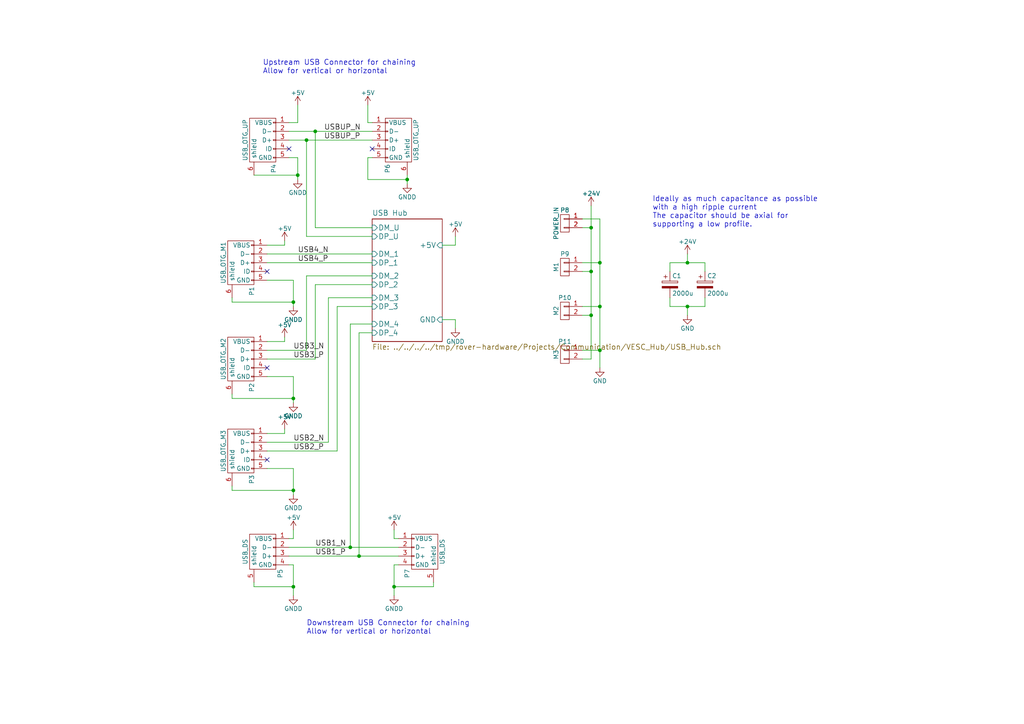
<source format=kicad_sch>
(kicad_sch (version 20230121) (generator eeschema)
  (paper "A4")
  (title_block (title "VESC-X Interface Hub") (date "2017-05-02") (rev "1") (company "USST"))
  (lib_symbols
    (symbol "VESC_Hub-rescue:+24V" (power) (pin_names (offset 0))
      (property "Value" "+24V" (at 0 3.556 0))
      (symbol "+24V_0_1"
        (polyline (pts (xy -0.762 1.27) (xy 0 2.54)))
        (polyline (pts (xy 0 0) (xy 0 2.54)))
        (polyline (pts (xy 0 2.54) (xy 0.762 1.27)))
      )
      (symbol "+24V_1_1"
        (pin power_in line (at 0 0 90) (length 0) hide (name "+24V") (number "1"))
      )
    )
    (symbol "VESC_Hub-rescue:+5V" (power) (pin_names (offset 0))
      (property "Value" "+5V" (at 0 3.556 0))
      (symbol "+5V_0_1"
        (polyline (pts (xy -0.762 1.27) (xy 0 2.54)))
        (polyline (pts (xy 0 0) (xy 0 2.54)))
        (polyline (pts (xy 0 2.54) (xy 0.762 1.27)))
      )
      (symbol "+5V_1_1"
        (pin power_in line (at 0 0 90) (length 0) hide (name "+5V") (number "1"))
      )
    )
    (symbol "VESC_Hub-rescue:CONN_01X02" (pin_names (offset 1.016) hide)
      (property "Reference" "P" (at 0 3.81 0))
      (property "Value" "CONN_01X02" (at 2.54 0 90))
      (symbol "CONN_01X02_0_1"
        (rectangle (start -1.27 -1.143) (end 0.254 -1.397))
        (rectangle (start -1.27 1.397) (end 0.254 1.143))
        (rectangle (start -1.27 2.54) (end 1.27 -2.54))
      )
      (symbol "CONN_01X02_1_1"
        (pin passive line (at -5.08 1.27 0) (length 3.81) (name "P1") (number "1"))
        (pin passive line (at -5.08 -1.27 0) (length 3.81) (name "P2") (number "2"))
      )
    )
    (symbol "VESC_Hub-rescue:CP" (pin_numbers hide) (pin_names (offset 0.254))
      (property "Reference" "C" (at 0.635 2.54 0))
      (property "Value" "CP" (at 0.635 -2.54 0))
      (symbol "CP_0_1"
        (rectangle (start -2.286 0.508) (end -2.286 1.016))
        (rectangle (start -2.286 0.508) (end 2.286 0.508))
        (polyline (pts (xy -1.778 2.286) (xy -0.762 2.286)))
        (polyline (pts (xy -1.27 2.794) (xy -1.27 1.778)))
        (rectangle (start 2.286 -0.508) (end -2.286 -1.016) (fill (type outline)))
        (rectangle (start 2.286 1.016) (end -2.286 1.016))
        (rectangle (start 2.286 1.016) (end 2.286 0.508))
      )
      (symbol "CP_1_1"
        (pin passive line (at 0 3.81 270) (length 2.794) (name "~") (number "1"))
        (pin passive line (at 0 -3.81 90) (length 2.794) (name "~") (number "2"))
      )
    )
    (symbol "VESC_Hub-rescue:GND" (power) (pin_names (offset 0))
      (property "Value" "GND" (at 0 -3.81 0))
      (symbol "GND_0_1"
        (polyline (pts (xy 0 0) (xy 0 -1.27) (xy 1.27 -1.27) (xy 0 -2.54) (xy -1.27 -1.27) (xy 0 -1.27)))
      )
      (symbol "GND_1_1"
        (pin power_in line (at 0 0 270) (length 0) hide (name "GND") (number "1"))
      )
    )
    (symbol "VESC_Hub-rescue:GNDD" (power) (pin_names (offset 0))
      (property "Value" "GNDD" (at 0 -3.81 0))
      (symbol "GNDD_0_1"
        (polyline (pts (xy 0 0) (xy 0 -1.27) (xy 1.27 -1.27) (xy 0 -2.54) (xy -1.27 -1.27) (xy 0 -1.27)))
      )
      (symbol "GNDD_1_1"
        (pin power_in line (at 0 0 270) (length 0) hide (name "GNDD") (number "1"))
      )
    )
    (symbol "VESC_Hub-rescue:USB_B" (pin_names (offset 1.016))
      (property "Reference" "P" (at 5.08 -5.08 0))
      (property "Value" "USB_B" (at -1.27 5.08 0))
      (symbol "USB_B_0_1"
        (rectangle (start -6.35 -3.81) (end 3.81 3.81))
        (rectangle (start -5.207 -3.81) (end -4.953 -3.048))
        (rectangle (start -2.667 -3.81) (end -2.413 -3.048))
        (rectangle (start -0.127 -3.81) (end 0.127 -3.048))
        (rectangle (start 2.413 -3.81) (end 2.667 -3.048))
      )
      (symbol "USB_B_1_1"
        (pin power_out line (at -5.08 -7.62 90) (length 3.81) (name "VBUS") (number "1"))
        (pin passive line (at -2.54 -7.62 90) (length 3.81) (name "D-") (number "2"))
        (pin passive line (at 0 -7.62 90) (length 3.81) (name "D+") (number "3"))
        (pin power_in line (at 2.54 -7.62 90) (length 3.81) (name "GND") (number "4"))
        (pin passive line (at 7.62 2.54 180) (length 3.81) (name "shield") (number "5"))
      )
    )
    (symbol "VESC_Hub-rescue:USB_OTG" (pin_names (offset 1.016))
      (property "Reference" "P" (at 8.255 -3.175 0))
      (property "Value" "USB_OTG" (at 0 5.08 0))
      (symbol "USB_OTG_0_1"
        (rectangle (start -6.35 -3.81) (end 6.35 3.81))
        (rectangle (start -5.207 -3.81) (end -4.953 -3.048))
        (rectangle (start -2.667 -3.81) (end -2.413 -3.048))
        (rectangle (start -0.127 -3.81) (end 0.127 -3.048))
        (rectangle (start 2.413 -3.81) (end 2.667 -3.048))
        (rectangle (start 4.953 -3.81) (end 5.207 -3.048))
      )
      (symbol "USB_OTG_1_1"
        (pin power_out line (at -5.08 -7.62 90) (length 3.81) (name "VBUS") (number "1"))
        (pin passive line (at -2.54 -7.62 90) (length 3.81) (name "D-") (number "2"))
        (pin passive line (at 0 -7.62 90) (length 3.81) (name "D+") (number "3"))
        (pin power_in line (at 2.54 -7.62 90) (length 3.81) (name "ID") (number "4"))
        (pin power_in line (at 5.08 -7.62 90) (length 3.81) (name "GND") (number "5"))
        (pin passive line (at 10.16 2.54 180) (length 3.81) (name "shield") (number "6"))
      )
    )
  )
  (junction (at 171.45 91.44))
  (junction (at 199.39 88.9))
  (junction (at 118.11 52.07))
  (junction (at 173.99 101.6))
  (junction (at 171.45 78.74))
  (junction (at 88.9 40.64))
  (junction (at 114.3 170.18))
  (junction (at 86.36 50.8))
  (junction (at 101.6 158.75))
  (junction (at 91.44 38.1))
  (junction (at 85.09 170.18))
  (junction (at 85.09 142.24))
  (junction (at 104.14 161.29))
  (junction (at 85.09 87.63))
  (junction (at 173.99 88.9))
  (junction (at 199.39 76.2))
  (junction (at 173.99 76.2))
  (junction (at 85.09 115.57))
  (junction (at 171.45 66.04))
  (no_connect (at 77.47 106.68))
  (no_connect (at 77.47 78.74))
  (no_connect (at 107.95 43.18))
  (no_connect (at 77.47 133.35))
  (no_connect (at 83.82 43.18))
  (wire (pts (xy 101.6 158.75) (xy 115.57 158.75)))
  (wire (pts (xy 171.45 104.14) (xy 168.91 104.14)))
  (wire (pts (xy 88.9 68.58) (xy 107.95 68.58)))
  (wire (pts (xy 114.3 170.18) (xy 125.73 170.18)))
  (wire (pts (xy 114.3 163.83) (xy 114.3 170.18)))
  (wire (pts (xy 171.45 91.44) (xy 168.91 91.44)))
  (wire (pts (xy 171.45 78.74) (xy 168.91 78.74)))
  (wire (pts (xy 107.95 45.72) (xy 106.68 45.72)))
  (wire (pts (xy 173.99 101.6) (xy 173.99 106.68)))
  (wire (pts (xy 104.14 96.52) (xy 107.95 96.52)))
  (wire (pts (xy 171.45 66.04) (xy 171.45 78.74)))
  (wire (pts (xy 132.08 92.71) (xy 132.08 95.25)))
  (wire (pts (xy 204.47 88.9) (xy 204.47 86.36)))
  (wire (pts (xy 88.9 101.6) (xy 77.47 101.6)))
  (wire (pts (xy 107.95 86.36) (xy 95.25 86.36)))
  (wire (pts (xy 83.82 38.1) (xy 91.44 38.1)))
  (wire (pts (xy 82.55 99.06) (xy 77.47 99.06)))
  (wire (pts (xy 85.09 170.18) (xy 85.09 172.72)))
  (wire (pts (xy 82.55 69.85) (xy 82.55 71.12)))
  (wire (pts (xy 107.95 35.56) (xy 106.68 35.56)))
  (wire (pts (xy 194.31 88.9) (xy 199.39 88.9)))
  (wire (pts (xy 77.47 135.89) (xy 85.09 135.89)))
  (wire (pts (xy 194.31 76.2) (xy 199.39 76.2)))
  (wire (pts (xy 85.09 115.57) (xy 85.09 116.84)))
  (wire (pts (xy 82.55 71.12) (xy 77.47 71.12)))
  (wire (pts (xy 168.91 76.2) (xy 173.99 76.2)))
  (wire (pts (xy 85.09 81.28) (xy 85.09 87.63)))
  (wire (pts (xy 106.68 45.72) (xy 106.68 52.07)))
  (wire (pts (xy 67.31 142.24) (xy 85.09 142.24)))
  (wire (pts (xy 82.55 97.79) (xy 82.55 99.06)))
  (wire (pts (xy 91.44 38.1) (xy 91.44 66.04)))
  (wire (pts (xy 77.47 73.66) (xy 107.95 73.66)))
  (wire (pts (xy 83.82 161.29) (xy 104.14 161.29)))
  (wire (pts (xy 194.31 78.74) (xy 194.31 76.2)))
  (wire (pts (xy 128.27 92.71) (xy 132.08 92.71)))
  (wire (pts (xy 97.79 130.81) (xy 77.47 130.81)))
  (wire (pts (xy 85.09 163.83) (xy 83.82 163.83)))
  (wire (pts (xy 85.09 87.63) (xy 85.09 88.9)))
  (wire (pts (xy 115.57 156.21) (xy 114.3 156.21)))
  (wire (pts (xy 67.31 142.24) (xy 67.31 140.97)))
  (wire (pts (xy 168.91 66.04) (xy 171.45 66.04)))
  (wire (pts (xy 95.25 86.36) (xy 95.25 128.27)))
  (wire (pts (xy 171.45 59.69) (xy 171.45 66.04)))
  (wire (pts (xy 85.09 163.83) (xy 85.09 170.18)))
  (wire (pts (xy 171.45 78.74) (xy 171.45 91.44)))
  (wire (pts (xy 86.36 35.56) (xy 86.36 30.48)))
  (wire (pts (xy 199.39 88.9) (xy 199.39 91.44)))
  (wire (pts (xy 114.3 156.21) (xy 114.3 153.67)))
  (wire (pts (xy 67.31 115.57) (xy 85.09 115.57)))
  (wire (pts (xy 83.82 40.64) (xy 88.9 40.64)))
  (wire (pts (xy 118.11 52.07) (xy 118.11 53.34)))
  (wire (pts (xy 83.82 156.21) (xy 85.09 156.21)))
  (wire (pts (xy 173.99 63.5) (xy 168.91 63.5)))
  (wire (pts (xy 97.79 88.9) (xy 107.95 88.9)))
  (wire (pts (xy 86.36 45.72) (xy 86.36 50.8)))
  (wire (pts (xy 91.44 38.1) (xy 107.95 38.1)))
  (wire (pts (xy 168.91 88.9) (xy 173.99 88.9)))
  (wire (pts (xy 194.31 86.36) (xy 194.31 88.9)))
  (wire (pts (xy 118.11 50.8) (xy 118.11 52.07)))
  (wire (pts (xy 91.44 104.14) (xy 91.44 82.55)))
  (wire (pts (xy 128.27 71.12) (xy 132.08 71.12)))
  (wire (pts (xy 91.44 82.55) (xy 107.95 82.55)))
  (wire (pts (xy 173.99 88.9) (xy 173.99 101.6)))
  (wire (pts (xy 104.14 96.52) (xy 104.14 161.29)))
  (wire (pts (xy 73.66 168.91) (xy 73.66 170.18)))
  (wire (pts (xy 88.9 40.64) (xy 88.9 68.58)))
  (wire (pts (xy 104.14 161.29) (xy 115.57 161.29)))
  (wire (pts (xy 83.82 45.72) (xy 86.36 45.72)))
  (wire (pts (xy 204.47 76.2) (xy 204.47 78.74)))
  (wire (pts (xy 173.99 101.6) (xy 168.91 101.6)))
  (wire (pts (xy 107.95 93.98) (xy 101.6 93.98)))
  (wire (pts (xy 77.47 109.22) (xy 85.09 109.22)))
  (wire (pts (xy 173.99 63.5) (xy 173.99 76.2)))
  (wire (pts (xy 95.25 128.27) (xy 77.47 128.27)))
  (wire (pts (xy 83.82 158.75) (xy 101.6 158.75)))
  (wire (pts (xy 88.9 80.01) (xy 88.9 101.6)))
  (wire (pts (xy 77.47 104.14) (xy 91.44 104.14)))
  (wire (pts (xy 199.39 76.2) (xy 204.47 76.2)))
  (wire (pts (xy 85.09 135.89) (xy 85.09 142.24)))
  (wire (pts (xy 199.39 76.2) (xy 199.39 73.66)))
  (wire (pts (xy 86.36 50.8) (xy 73.66 50.8)))
  (wire (pts (xy 97.79 88.9) (xy 97.79 130.81)))
  (wire (pts (xy 86.36 50.8) (xy 86.36 52.07)))
  (wire (pts (xy 114.3 170.18) (xy 114.3 172.72)))
  (wire (pts (xy 67.31 115.57) (xy 67.31 114.3)))
  (wire (pts (xy 199.39 88.9) (xy 204.47 88.9)))
  (wire (pts (xy 171.45 91.44) (xy 171.45 104.14)))
  (wire (pts (xy 85.09 156.21) (xy 85.09 153.67)))
  (wire (pts (xy 101.6 93.98) (xy 101.6 158.75)))
  (wire (pts (xy 77.47 76.2) (xy 107.95 76.2)))
  (wire (pts (xy 173.99 76.2) (xy 173.99 88.9)))
  (wire (pts (xy 67.31 87.63) (xy 67.31 86.36)))
  (wire (pts (xy 107.95 80.01) (xy 88.9 80.01)))
  (wire (pts (xy 85.09 142.24) (xy 85.09 143.51)))
  (wire (pts (xy 82.55 124.46) (xy 82.55 125.73)))
  (wire (pts (xy 67.31 87.63) (xy 85.09 87.63)))
  (wire (pts (xy 106.68 52.07) (xy 118.11 52.07)))
  (wire (pts (xy 132.08 71.12) (xy 132.08 68.58)))
  (wire (pts (xy 85.09 109.22) (xy 85.09 115.57)))
  (wire (pts (xy 115.57 163.83) (xy 114.3 163.83)))
  (wire (pts (xy 73.66 170.18) (xy 85.09 170.18)))
  (wire (pts (xy 106.68 35.56) (xy 106.68 30.48)))
  (wire (pts (xy 125.73 170.18) (xy 125.73 168.91)))
  (wire (pts (xy 83.82 35.56) (xy 86.36 35.56)))
  (wire (pts (xy 82.55 125.73) (xy 77.47 125.73)))
  (wire (pts (xy 91.44 66.04) (xy 107.95 66.04)))
  (wire (pts (xy 88.9 40.64) (xy 107.95 40.64)))
  (wire (pts (xy 77.47 81.28) (xy 85.09 81.28)))
  (text "Upstream USB Connector for chaining\nAllow for vertical or horizontal" (at 76.2 21.59 0) (effects (font (size 1.524 1.524)) (justify left bottom)))
  (text "Downstream USB Connector for chaining\nAllow for vertical or horizontal" (at 88.9 184.15 0) (effects (font (size 1.524 1.524)) (justify left bottom)))
  (text "Ideally as much capacitance as possible\nwith a high ripple current\nThe capacitor should be axial for \nsupporting a low profile." (at 189.23 66.04 0) (effects (font (size 1.524 1.524)) (justify left bottom)))
  (label "USB2_P" (at 85.09 130.81 0) (effects (font (size 1.524 1.524))))
  (label "USBUP_P" (at 93.98 40.64 0) (effects (font (size 1.524 1.524))))
  (label "USB4_P" (at 86.36 76.2 0) (effects (font (size 1.524 1.524))))
  (label "USB1_N" (at 91.44 158.75 0) (effects (font (size 1.524 1.524))))
  (label "USB3_N" (at 85.09 101.6 0) (effects (font (size 1.524 1.524))))
  (label "USB4_N" (at 86.36 73.66 0) (effects (font (size 1.524 1.524))))
  (label "USB1_P" (at 91.44 161.29 0) (effects (font (size 1.524 1.524))))
  (label "USBUP_N" (at 93.98 38.1 0) (effects (font (size 1.524 1.524))))
  (label "USB3_P" (at 85.09 104.14 0) (effects (font (size 1.524 1.524))))
  (label "USB2_N" (at 85.09 128.27 0) (effects (font (size 1.524 1.524))))
  (symbol (lib_id "VESC_Hub-rescue:USB_B") (at 123.19 161.29 270) (unit 1)
    (property "Reference" "P7" (at 118.11 166.37 0))
    (property "Value" "USB_DS" (at 128.27 160.02 0))
    (property "Footprint" "Connect:USB_A" (effects hide))
  )
  (symbol (lib_id "VESC_Hub-rescue:GNDD") (at 114.3 172.72 0) (unit 1)
    (property "Reference" "#PWR014" (effects hide))
    (property "Value" "GNDD" (at 114.3 176.53 0))
  )
  (symbol (lib_id "VESC_Hub-rescue:+5V") (at 114.3 153.67 0) (unit 1)
    (property "Reference" "#PWR015" (effects hide))
    (property "Value" "+5V" (at 114.3 150.114 0))
  )
  (symbol (lib_id "VESC_Hub-rescue:USB_OTG") (at 115.57 40.64 270) (unit 1)
    (property "Reference" "P6" (at 112.395 48.895 0))
    (property "Value" "USB_OTG_UP" (at 120.65 40.64 0))
    (property "Footprint" "USST-footprints:WRCOM_MINI_USB_VERT" (effects hide))
  )
  (symbol (lib_id "VESC_Hub-rescue:+5V") (at 82.55 97.79 0) (unit 1)
    (property "Reference" "#PWR016" (effects hide))
    (property "Value" "+5V" (at 82.55 94.234 0))
  )
  (symbol (lib_id "VESC_Hub-rescue:+5V") (at 82.55 69.85 0) (unit 1)
    (property "Reference" "#PWR017" (effects hide))
    (property "Value" "+5V" (at 82.55 66.294 0))
  )
  (symbol (lib_id "VESC_Hub-rescue:+5V") (at 82.55 124.46 0) (unit 1)
    (property "Reference" "#PWR018" (effects hide))
    (property "Value" "+5V" (at 82.55 120.904 0))
  )
  (symbol (lib_id "VESC_Hub-rescue:+5V") (at 106.68 30.48 0) (unit 1)
    (property "Reference" "#PWR019" (effects hide))
    (property "Value" "+5V" (at 106.68 26.924 0))
  )
  (symbol (lib_id "VESC_Hub-rescue:GNDD") (at 118.11 53.34 0) (unit 1)
    (property "Reference" "#PWR020" (effects hide))
    (property "Value" "GNDD" (at 118.11 57.15 0))
  )
  (symbol (lib_id "VESC_Hub-rescue:GNDD") (at 85.09 116.84 0) (unit 1)
    (property "Reference" "#PWR?" (effects hide))
    (property "Value" "GNDD" (at 85.09 120.65 0))
  )
  (symbol (lib_id "VESC_Hub-rescue:+5V") (at 86.36 30.48 0) (unit 1)
    (property "Reference" "#PWR01" (effects hide))
    (property "Value" "+5V" (at 86.36 26.924 0))
  )
  (symbol (lib_id "VESC_Hub-rescue:GNDD") (at 86.36 52.07 0) (unit 1)
    (property "Reference" "#PWR02" (effects hide))
    (property "Value" "GNDD" (at 86.36 55.88 0))
  )
  (symbol (lib_id "VESC_Hub-rescue:USB_B") (at 76.2 161.29 90) (mirror x) (unit 1)
    (property "Reference" "P5" (at 81.28 166.37 0))
    (property "Value" "USB_DS" (at 71.12 160.02 0))
    (property "Footprint" "USST-footprints:WRCOM_USB_A_VERT" (effects hide))
  )
  (symbol (lib_id "VESC_Hub-rescue:USB_OTG") (at 76.2 40.64 90) (mirror x) (unit 1)
    (property "Reference" "P4" (at 79.375 48.895 0))
    (property "Value" "USB_OTG_UP" (at 71.12 40.64 0))
    (property "Footprint" "Connect:USB_Mini-B" (effects hide))
  )
  (symbol (lib_id "VESC_Hub-rescue:USB_OTG") (at 69.85 104.14 90) (mirror x) (unit 1)
    (property "Reference" "P2" (at 73.025 112.395 0))
    (property "Value" "USB_OTG_M2" (at 64.77 104.14 0))
    (property "Footprint" "USST-footprints:USB3150_Micro_Vertical" (effects hide))
  )
  (symbol (lib_id "VESC_Hub-rescue:USB_OTG") (at 69.85 130.81 90) (mirror x) (unit 1)
    (property "Reference" "P3" (at 73.025 139.065 0))
    (property "Value" "USB_OTG_M3" (at 64.77 130.81 0))
    (property "Footprint" "USST-footprints:USB3150_Micro_Vertical" (effects hide))
  )
  (symbol (lib_id "VESC_Hub-rescue:+5V") (at 85.09 153.67 0) (unit 1)
    (property "Reference" "#PWR03" (effects hide))
    (property "Value" "+5V" (at 85.09 150.114 0))
  )
  (symbol (lib_id "VESC_Hub-rescue:GNDD") (at 85.09 88.9 0) (unit 1)
    (property "Reference" "#PWR05" (effects hide))
    (property "Value" "GNDD" (at 85.09 92.71 0))
  )
  (symbol (lib_id "VESC_Hub-rescue:+5V") (at 132.08 68.58 0) (unit 1)
    (property "Reference" "#PWR06" (effects hide))
    (property "Value" "+5V" (at 132.08 65.024 0))
  )
  (symbol (lib_id "VESC_Hub-rescue:GNDD") (at 132.08 95.25 0) (unit 1)
    (property "Reference" "#PWR07" (effects hide))
    (property "Value" "GNDD" (at 132.08 99.06 0))
  )
  (symbol (lib_id "VESC_Hub-rescue:CONN_01X02") (at 163.83 64.77 0) (mirror y) (unit 1)
    (property "Reference" "P8" (at 163.83 60.96 0))
    (property "Value" "POWER_IN" (at 161.29 64.77 90))
    (property "Footprint" "Connect:bornier2" (effects hide))
  )
  (symbol (lib_id "VESC_Hub-rescue:CONN_01X02") (at 163.83 77.47 0) (mirror y) (unit 1)
    (property "Reference" "P9" (at 163.83 73.66 0))
    (property "Value" "M1" (at 161.29 77.47 90))
    (property "Footprint" "Connect:bornier2" (effects hide))
  )
  (symbol (lib_id "VESC_Hub-rescue:CONN_01X02") (at 163.83 90.17 0) (mirror y) (unit 1)
    (property "Reference" "P10" (at 163.83 86.36 0))
    (property "Value" "M2" (at 161.29 90.17 90))
    (property "Footprint" "Connect:bornier2" (effects hide))
  )
  (symbol (lib_id "VESC_Hub-rescue:CONN_01X02") (at 163.83 102.87 0) (mirror y) (unit 1)
    (property "Reference" "P11" (at 163.83 99.06 0))
    (property "Value" "M3" (at 161.29 102.87 90))
    (property "Footprint" "Connect:bornier2" (effects hide))
  )
  (symbol (lib_id "VESC_Hub-rescue:+24V") (at 171.45 59.69 0) (unit 1)
    (property "Reference" "#PWR08" (effects hide))
    (property "Value" "+24V" (at 171.45 56.134 0))
  )
  (symbol (lib_id "VESC_Hub-rescue:GND") (at 173.99 106.68 0) (unit 1)
    (property "Reference" "#PWR09" (effects hide))
    (property "Value" "GND" (at 173.99 110.49 0))
  )
  (symbol (lib_id "VESC_Hub-rescue:GNDD") (at 85.09 143.51 0) (unit 1)
    (property "Reference" "#PWR010" (effects hide))
    (property "Value" "GNDD" (at 85.09 147.32 0))
  )
  (symbol (lib_id "VESC_Hub-rescue:GNDD") (at 85.09 172.72 0) (unit 1)
    (property "Reference" "#PWR011" (effects hide))
    (property "Value" "GNDD" (at 85.09 176.53 0))
  )
  (symbol (lib_id "VESC_Hub-rescue:CP") (at 194.31 82.55 0) (unit 1)
    (property "Reference" "C1" (at 194.945 80.01 0) (effects (justify left)))
    (property "Value" "2000u" (at 194.945 85.09 0) (effects (justify left)))
    (property "Footprint" "Capacitors_ThroughHole:C_Axial_L17.0mm_D7.0mm_P25.00mm_Horizontal" (effects hide))
  )
  (symbol (lib_id "VESC_Hub-rescue:CP") (at 204.47 82.55 0) (unit 1)
    (property "Reference" "C2" (at 205.105 80.01 0) (effects (justify left)))
    (property "Value" "2000u" (at 205.105 85.09 0) (effects (justify left)))
    (property "Footprint" "Capacitors_ThroughHole:C_Axial_L17.0mm_D7.0mm_P20.00mm_Horizontal" (effects hide))
  )
  (symbol (lib_id "VESC_Hub-rescue:+24V") (at 199.39 73.66 0) (unit 1)
    (property "Reference" "#PWR012" (effects hide))
    (property "Value" "+24V" (at 199.39 70.104 0))
  )
  (symbol (lib_id "VESC_Hub-rescue:GND") (at 199.39 91.44 0) (unit 1)
    (property "Reference" "#PWR013" (effects hide))
    (property "Value" "GND" (at 199.39 95.25 0))
  )
  (symbol (lib_id "VESC_Hub-rescue:USB_OTG") (at 69.85 76.2 90) (mirror x) (unit 1)
    (property "Reference" "P1" (at 73.025 84.455 0))
    (property "Value" "USB_OTG_M1" (at 64.77 76.2 0))
    (property "Footprint" "USST-footprints:USB3150_Micro_Vertical" (effects hide))
  )
  (sheet (at 107.95 63.5) (size 20.32 35.56)
    (property "Sheetname" "USB Hub" (at 107.95 62.6614 0) (effects (font (size 1.524 1.524)) (justify left bottom)))
    (property "Sheetfile" "../../../../tmp/rover-hardware/Projects/Communication/VESC_Hub/USB_Hub.sch" (at 107.95 99.7462 0) (effects (font (size 1.524 1.524)) (justify left top)))
    (pin "DM_U" input (at 107.95 66.04 180) (effects (font (size 1.524 1.524))))
    (pin "DP_U" input (at 107.95 68.58 180) (effects (font (size 1.524 1.524))))
    (pin "DM_4" input (at 107.95 93.98 180) (effects (font (size 1.524 1.524))))
    (pin "DP_4" input (at 107.95 96.52 180) (effects (font (size 1.524 1.524))))
    (pin "DM_3" input (at 107.95 86.36 180) (effects (font (size 1.524 1.524))))
    (pin "DP_3" input (at 107.95 88.9 180) (effects (font (size 1.524 1.524))))
    (pin "DM_2" input (at 107.95 80.01 180) (effects (font (size 1.524 1.524))))
    (pin "DP_2" input (at 107.95 82.55 180) (effects (font (size 1.524 1.524))))
    (pin "DM_1" input (at 107.95 73.66 180) (effects (font (size 1.524 1.524))))
    (pin "DP_1" input (at 107.95 76.2 180) (effects (font (size 1.524 1.524))))
    (pin "GND" input (at 128.27 92.71 0) (effects (font (size 1.524 1.524))))
    (pin "+5V" input (at 128.27 71.12 0) (effects (font (size 1.524 1.524))))
  )
)
</source>
